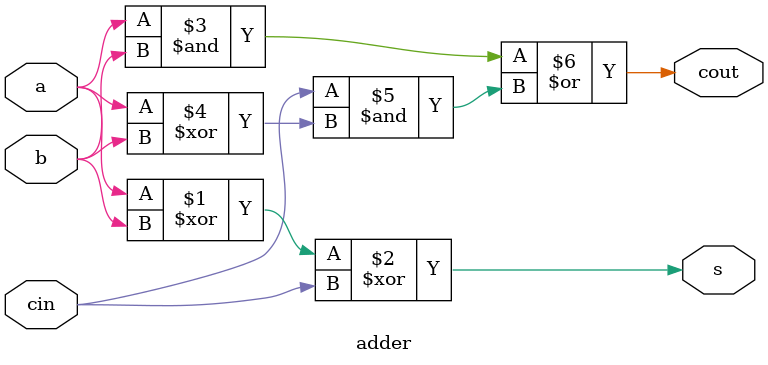
<source format=v>

module adder4bit(A, B, cin, S, cout);
    input [3:0] A;
    input [3:0] B;
    input cin;
    output [3:0] S;
    output cout;

    wire c0, c1, c2;

    adder a0(
        .a(A[0]),
        .b(B[0]),
        .cin(cin),
        .s(S[0]),
        .cout(c0)
    );

        adder a1(
        .a(A[1]),
        .b(B[1]),
        .cin(c0),
        .s(S[1]),
        .cout(c1)
    );

        adder a2(
        .a(A[2]),
        .b(B[2]),
        .cin(c1),
        .s(S[2]),
        .cout(c2)
    );

        adder a3(
        .a(A[3]),
        .b(B[3]),
        .cin(c2),
        .s(S[3]),
        .cout(cout)
    );
    
    
endmodule // adder4bit


module adder(a, b, cin, s, cout);
    input a, b, cin;
    output s, cout;

    assign s = a ^ b ^ cin;
    assign cout = (a & b) | (cin & (a ^ b));

endmodule // adder
</source>
